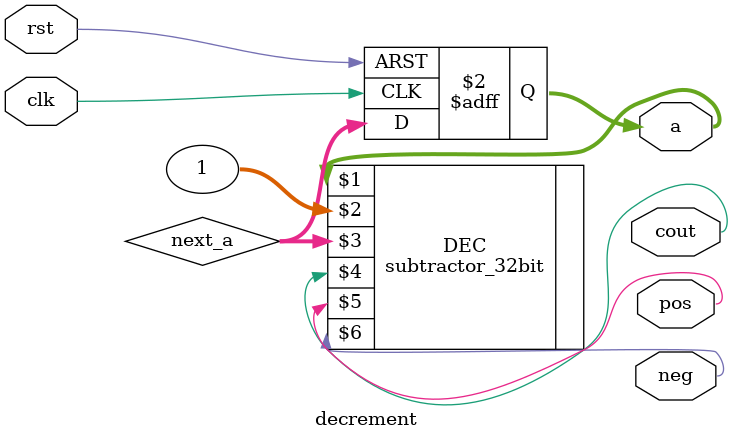
<source format=v>
`timescale 1ns / 1ps


module decrement(clk, rst, a, cout, pos, neg);
  input clk, rst;
  output reg [31:0] a;   // A is storage
  output cout, pos, neg;

  wire [31:0] next_a;

  // Use subtractor to compute a - 1
  subtractor_32bit DEC (a, 32'd1, next_a, cout, pos, neg);

  always @(posedge clk or posedge rst) begin
    if (rst)
      a <= 32'd0;        // Reset A to 0
    else
      a <= next_a;       // Store decremented value back into A
  end
endmodule


</source>
